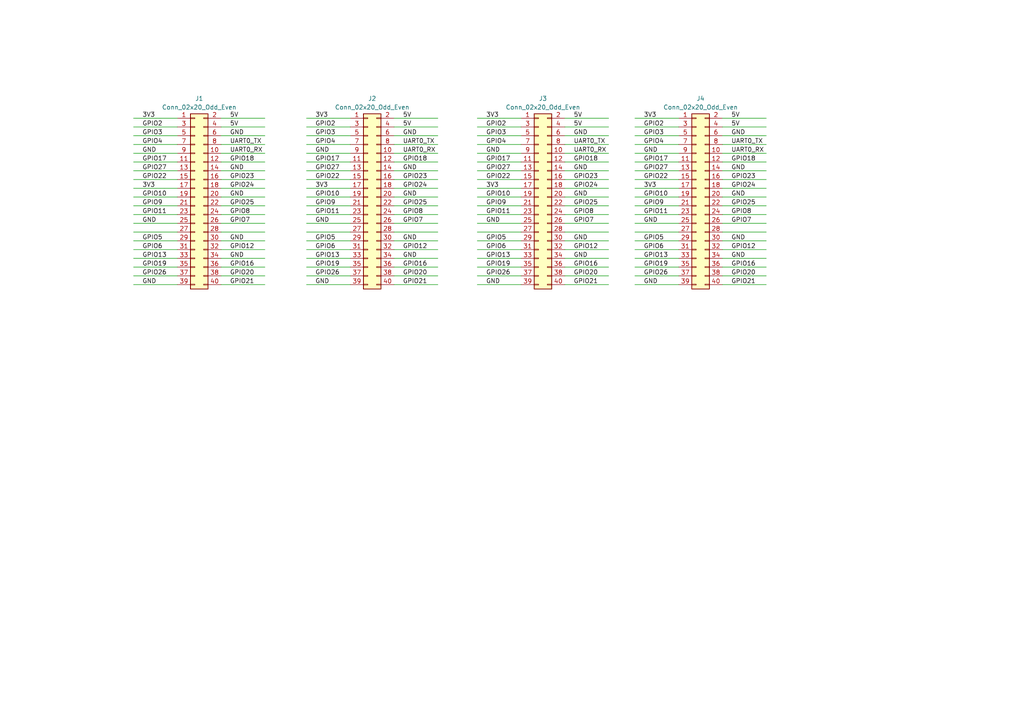
<source format=kicad_sch>
(kicad_sch (version 20230121) (generator eeschema)
  (paper "A4")
  (lib_symbols
    (symbol "Connector_Generic:Conn_02x20_Odd_Even" (pin_names (offset 1.016) hide)
      (property "Reference" "J" (at 1.27 25.4 0))
      (property "Value" "Conn_02x20_Odd_Even" (at 1.27 -27.94 0))
      (symbol "Conn_02x20_Odd_Even_1_1"
        (rectangle (start -1.27 -25.273) (end 0 -25.527) (stroke (width 0.1524)))
        (rectangle (start -1.27 -22.733) (end 0 -22.987) (stroke (width 0.1524)))
        (rectangle (start -1.27 -20.193) (end 0 -20.447) (stroke (width 0.1524)))
        (rectangle (start -1.27 -17.653) (end 0 -17.907) (stroke (width 0.1524)))
        (rectangle (start -1.27 -15.113) (end 0 -15.367) (stroke (width 0.1524)))
        (rectangle (start -1.27 -12.573) (end 0 -12.827) (stroke (width 0.1524)))
        (rectangle (start -1.27 -10.033) (end 0 -10.287) (stroke (width 0.1524)))
        (rectangle (start -1.27 -7.493) (end 0 -7.747) (stroke (width 0.1524)))
        (rectangle (start -1.27 -4.953) (end 0 -5.207) (stroke (width 0.1524)))
        (rectangle (start -1.27 -2.413) (end 0 -2.667) (stroke (width 0.1524)))
        (rectangle (start -1.27 0.127) (end 0 -0.127) (stroke (width 0.1524)))
        (rectangle (start -1.27 2.667) (end 0 2.413) (stroke (width 0.1524)))
        (rectangle (start -1.27 5.207) (end 0 4.953) (stroke (width 0.1524)))
        (rectangle (start -1.27 7.747) (end 0 7.493) (stroke (width 0.1524)))
        (rectangle (start -1.27 10.287) (end 0 10.033) (stroke (width 0.1524)))
        (rectangle (start -1.27 12.827) (end 0 12.573) (stroke (width 0.1524)))
        (rectangle (start -1.27 15.367) (end 0 15.113) (stroke (width 0.1524)))
        (rectangle (start -1.27 17.907) (end 0 17.653) (stroke (width 0.1524)))
        (rectangle (start -1.27 20.447) (end 0 20.193) (stroke (width 0.1524)))
        (rectangle (start -1.27 22.987) (end 0 22.733) (stroke (width 0.1524)))
        (rectangle (start -1.27 24.13) (end 3.81 -26.67) (stroke (width 0.254)) (fill (type background)))
        (rectangle (start 3.81 -25.273) (end 2.54 -25.527) (stroke (width 0.1524)))
        (rectangle (start 3.81 -22.733) (end 2.54 -22.987) (stroke (width 0.1524)))
        (rectangle (start 3.81 -20.193) (end 2.54 -20.447) (stroke (width 0.1524)))
        (rectangle (start 3.81 -17.653) (end 2.54 -17.907) (stroke (width 0.1524)))
        (rectangle (start 3.81 -15.113) (end 2.54 -15.367) (stroke (width 0.1524)))
        (rectangle (start 3.81 -12.573) (end 2.54 -12.827) (stroke (width 0.1524)))
        (rectangle (start 3.81 -10.033) (end 2.54 -10.287) (stroke (width 0.1524)))
        (rectangle (start 3.81 -7.493) (end 2.54 -7.747) (stroke (width 0.1524)))
        (rectangle (start 3.81 -4.953) (end 2.54 -5.207) (stroke (width 0.1524)))
        (rectangle (start 3.81 -2.413) (end 2.54 -2.667) (stroke (width 0.1524)))
        (rectangle (start 3.81 0.127) (end 2.54 -0.127) (stroke (width 0.1524)))
        (rectangle (start 3.81 2.667) (end 2.54 2.413) (stroke (width 0.1524)))
        (rectangle (start 3.81 5.207) (end 2.54 4.953) (stroke (width 0.1524)))
        (rectangle (start 3.81 7.747) (end 2.54 7.493) (stroke (width 0.1524)))
        (rectangle (start 3.81 10.287) (end 2.54 10.033) (stroke (width 0.1524)))
        (rectangle (start 3.81 12.827) (end 2.54 12.573) (stroke (width 0.1524)))
        (rectangle (start 3.81 15.367) (end 2.54 15.113) (stroke (width 0.1524)))
        (rectangle (start 3.81 17.907) (end 2.54 17.653) (stroke (width 0.1524)))
        (rectangle (start 3.81 20.447) (end 2.54 20.193) (stroke (width 0.1524)))
        (rectangle (start 3.81 22.987) (end 2.54 22.733) (stroke (width 0.1524)))
        (pin passive line (at -5.08 22.86 0) (length 3.81) (name "Pin_1") (number "1"))
        (pin passive line (at 7.62 12.7 180) (length 3.81) (name "Pin_10") (number "10"))
        (pin passive line (at -5.08 10.16 0) (length 3.81) (name "Pin_11") (number "11"))
        (pin passive line (at 7.62 10.16 180) (length 3.81) (name "Pin_12") (number "12"))
        (pin passive line (at -5.08 7.62 0) (length 3.81) (name "Pin_13") (number "13"))
        (pin passive line (at 7.62 7.62 180) (length 3.81) (name "Pin_14") (number "14"))
        (pin passive line (at -5.08 5.08 0) (length 3.81) (name "Pin_15") (number "15"))
        (pin passive line (at 7.62 5.08 180) (length 3.81) (name "Pin_16") (number "16"))
        (pin passive line (at -5.08 2.54 0) (length 3.81) (name "Pin_17") (number "17"))
        (pin passive line (at 7.62 2.54 180) (length 3.81) (name "Pin_18") (number "18"))
        (pin passive line (at -5.08 0 0) (length 3.81) (name "Pin_19") (number "19"))
        (pin passive line (at 7.62 22.86 180) (length 3.81) (name "Pin_2") (number "2"))
        (pin passive line (at 7.62 0 180) (length 3.81) (name "Pin_20") (number "20"))
        (pin passive line (at -5.08 -2.54 0) (length 3.81) (name "Pin_21") (number "21"))
        (pin passive line (at 7.62 -2.54 180) (length 3.81) (name "Pin_22") (number "22"))
        (pin passive line (at -5.08 -5.08 0) (length 3.81) (name "Pin_23") (number "23"))
        (pin passive line (at 7.62 -5.08 180) (length 3.81) (name "Pin_24") (number "24"))
        (pin passive line (at -5.08 -7.62 0) (length 3.81) (name "Pin_25") (number "25"))
        (pin passive line (at 7.62 -7.62 180) (length 3.81) (name "Pin_26") (number "26"))
        (pin passive line (at -5.08 -10.16 0) (length 3.81) (name "Pin_27") (number "27"))
        (pin passive line (at 7.62 -10.16 180) (length 3.81) (name "Pin_28") (number "28"))
        (pin passive line (at -5.08 -12.7 0) (length 3.81) (name "Pin_29") (number "29"))
        (pin passive line (at -5.08 20.32 0) (length 3.81) (name "Pin_3") (number "3"))
        (pin passive line (at 7.62 -12.7 180) (length 3.81) (name "Pin_30") (number "30"))
        (pin passive line (at -5.08 -15.24 0) (length 3.81) (name "Pin_31") (number "31"))
        (pin passive line (at 7.62 -15.24 180) (length 3.81) (name "Pin_32") (number "32"))
        (pin passive line (at -5.08 -17.78 0) (length 3.81) (name "Pin_33") (number "33"))
        (pin passive line (at 7.62 -17.78 180) (length 3.81) (name "Pin_34") (number "34"))
        (pin passive line (at -5.08 -20.32 0) (length 3.81) (name "Pin_35") (number "35"))
        (pin passive line (at 7.62 -20.32 180) (length 3.81) (name "Pin_36") (number "36"))
        (pin passive line (at -5.08 -22.86 0) (length 3.81) (name "Pin_37") (number "37"))
        (pin passive line (at 7.62 -22.86 180) (length 3.81) (name "Pin_38") (number "38"))
        (pin passive line (at -5.08 -25.4 0) (length 3.81) (name "Pin_39") (number "39"))
        (pin passive line (at 7.62 20.32 180) (length 3.81) (name "Pin_4") (number "4"))
        (pin passive line (at 7.62 -25.4 180) (length 3.81) (name "Pin_40") (number "40"))
        (pin passive line (at -5.08 17.78 0) (length 3.81) (name "Pin_5") (number "5"))
        (pin passive line (at 7.62 17.78 180) (length 3.81) (name "Pin_6") (number "6"))
        (pin passive line (at -5.08 15.24 0) (length 3.81) (name "Pin_7") (number "7"))
        (pin passive line (at 7.62 15.24 180) (length 3.81) (name "Pin_8") (number "8"))
        (pin passive line (at -5.08 12.7 0) (length 3.81) (name "Pin_9") (number "9"))
      )
    )
  )
  (wire (pts (xy 184.15 59.69) (xy 196.85 59.69)))
  (wire (pts (xy 184.15 69.85) (xy 196.85 69.85)))
  (wire (pts (xy 184.15 77.47) (xy 196.85 77.47)))
  (wire (pts (xy 114.3 41.91) (xy 127 41.91)))
  (wire (pts (xy 64.135 39.37) (xy 76.835 39.37)))
  (wire (pts (xy 209.55 36.83) (xy 222.25 36.83)))
  (wire (pts (xy 64.135 77.47) (xy 76.835 77.47)))
  (wire (pts (xy 163.83 54.61) (xy 176.53 54.61)))
  (wire (pts (xy 184.15 41.91) (xy 196.85 41.91)))
  (wire (pts (xy 64.135 57.15) (xy 76.835 57.15)))
  (wire (pts (xy 138.43 59.69) (xy 151.13 59.69)))
  (wire (pts (xy 163.83 62.23) (xy 176.53 62.23)))
  (wire (pts (xy 38.735 49.53) (xy 51.435 49.53)))
  (wire (pts (xy 184.15 52.07) (xy 196.85 52.07)))
  (wire (pts (xy 163.83 74.93) (xy 176.53 74.93)))
  (wire (pts (xy 64.135 80.01) (xy 76.835 80.01)))
  (wire (pts (xy 184.15 74.93) (xy 196.85 74.93)))
  (wire (pts (xy 114.3 34.29) (xy 127 34.29)))
  (wire (pts (xy 209.55 62.23) (xy 222.25 62.23)))
  (wire (pts (xy 138.43 52.07) (xy 151.13 52.07)))
  (wire (pts (xy 64.135 67.31) (xy 76.835 67.31)))
  (wire (pts (xy 163.83 72.39) (xy 176.53 72.39)))
  (wire (pts (xy 38.735 44.45) (xy 51.435 44.45)))
  (wire (pts (xy 88.9 54.61) (xy 101.6 54.61)))
  (wire (pts (xy 64.135 74.93) (xy 76.835 74.93)))
  (wire (pts (xy 209.55 41.91) (xy 222.25 41.91)))
  (wire (pts (xy 209.55 69.85) (xy 222.25 69.85)))
  (wire (pts (xy 209.55 59.69) (xy 222.25 59.69)))
  (wire (pts (xy 114.3 54.61) (xy 127 54.61)))
  (wire (pts (xy 38.735 62.23) (xy 51.435 62.23)))
  (wire (pts (xy 38.735 69.85) (xy 51.435 69.85)))
  (wire (pts (xy 138.43 62.23) (xy 151.13 62.23)))
  (wire (pts (xy 114.3 59.69) (xy 127 59.69)))
  (wire (pts (xy 114.3 62.23) (xy 127 62.23)))
  (wire (pts (xy 184.15 36.83) (xy 196.85 36.83)))
  (wire (pts (xy 88.9 44.45) (xy 101.6 44.45)))
  (wire (pts (xy 114.3 44.45) (xy 127 44.45)))
  (wire (pts (xy 38.735 64.77) (xy 51.435 64.77)))
  (wire (pts (xy 38.735 46.99) (xy 51.435 46.99)))
  (wire (pts (xy 209.55 67.31) (xy 222.25 67.31)))
  (wire (pts (xy 114.3 82.55) (xy 127 82.55)))
  (wire (pts (xy 64.135 36.83) (xy 76.835 36.83)))
  (wire (pts (xy 163.83 46.99) (xy 176.53 46.99)))
  (wire (pts (xy 209.55 54.61) (xy 222.25 54.61)))
  (wire (pts (xy 88.9 34.29) (xy 101.6 34.29)))
  (wire (pts (xy 88.9 67.31) (xy 101.6 67.31)))
  (wire (pts (xy 163.83 64.77) (xy 176.53 64.77)))
  (wire (pts (xy 138.43 82.55) (xy 151.13 82.55)))
  (wire (pts (xy 64.135 59.69) (xy 76.835 59.69)))
  (wire (pts (xy 209.55 49.53) (xy 222.25 49.53)))
  (wire (pts (xy 163.83 44.45) (xy 176.53 44.45)))
  (wire (pts (xy 184.15 67.31) (xy 196.85 67.31)))
  (wire (pts (xy 138.43 41.91) (xy 151.13 41.91)))
  (wire (pts (xy 88.9 59.69) (xy 101.6 59.69)))
  (wire (pts (xy 114.3 49.53) (xy 127 49.53)))
  (wire (pts (xy 38.735 34.29) (xy 51.435 34.29)))
  (wire (pts (xy 114.3 46.99) (xy 127 46.99)))
  (wire (pts (xy 88.9 77.47) (xy 101.6 77.47)))
  (wire (pts (xy 38.735 67.31) (xy 51.435 67.31)))
  (wire (pts (xy 209.55 46.99) (xy 222.25 46.99)))
  (wire (pts (xy 163.83 34.29) (xy 176.53 34.29)))
  (wire (pts (xy 184.15 34.29) (xy 196.85 34.29)))
  (wire (pts (xy 38.735 57.15) (xy 51.435 57.15)))
  (wire (pts (xy 209.55 77.47) (xy 222.25 77.47)))
  (wire (pts (xy 114.3 80.01) (xy 127 80.01)))
  (wire (pts (xy 163.83 69.85) (xy 176.53 69.85)))
  (wire (pts (xy 184.15 80.01) (xy 196.85 80.01)))
  (wire (pts (xy 163.83 77.47) (xy 176.53 77.47)))
  (wire (pts (xy 138.43 34.29) (xy 151.13 34.29)))
  (wire (pts (xy 209.55 82.55) (xy 222.25 82.55)))
  (wire (pts (xy 209.55 64.77) (xy 222.25 64.77)))
  (wire (pts (xy 88.9 62.23) (xy 101.6 62.23)))
  (wire (pts (xy 138.43 39.37) (xy 151.13 39.37)))
  (wire (pts (xy 88.9 36.83) (xy 101.6 36.83)))
  (wire (pts (xy 88.9 82.55) (xy 101.6 82.55)))
  (wire (pts (xy 114.3 52.07) (xy 127 52.07)))
  (wire (pts (xy 184.15 72.39) (xy 196.85 72.39)))
  (wire (pts (xy 209.55 39.37) (xy 222.25 39.37)))
  (wire (pts (xy 114.3 36.83) (xy 127 36.83)))
  (wire (pts (xy 138.43 77.47) (xy 151.13 77.47)))
  (wire (pts (xy 184.15 49.53) (xy 196.85 49.53)))
  (wire (pts (xy 184.15 54.61) (xy 196.85 54.61)))
  (wire (pts (xy 88.9 46.99) (xy 101.6 46.99)))
  (wire (pts (xy 209.55 74.93) (xy 222.25 74.93)))
  (wire (pts (xy 64.135 82.55) (xy 76.835 82.55)))
  (wire (pts (xy 163.83 57.15) (xy 176.53 57.15)))
  (wire (pts (xy 38.735 41.91) (xy 51.435 41.91)))
  (wire (pts (xy 138.43 72.39) (xy 151.13 72.39)))
  (wire (pts (xy 114.3 69.85) (xy 127 69.85)))
  (wire (pts (xy 184.15 57.15) (xy 196.85 57.15)))
  (wire (pts (xy 88.9 74.93) (xy 101.6 74.93)))
  (wire (pts (xy 64.135 44.45) (xy 76.835 44.45)))
  (wire (pts (xy 163.83 82.55) (xy 176.53 82.55)))
  (wire (pts (xy 64.135 41.91) (xy 76.835 41.91)))
  (wire (pts (xy 209.55 80.01) (xy 222.25 80.01)))
  (wire (pts (xy 114.3 74.93) (xy 127 74.93)))
  (wire (pts (xy 163.83 59.69) (xy 176.53 59.69)))
  (wire (pts (xy 209.55 34.29) (xy 222.25 34.29)))
  (wire (pts (xy 64.135 69.85) (xy 76.835 69.85)))
  (wire (pts (xy 64.135 64.77) (xy 76.835 64.77)))
  (wire (pts (xy 64.135 49.53) (xy 76.835 49.53)))
  (wire (pts (xy 138.43 54.61) (xy 151.13 54.61)))
  (wire (pts (xy 138.43 44.45) (xy 151.13 44.45)))
  (wire (pts (xy 64.135 62.23) (xy 76.835 62.23)))
  (wire (pts (xy 184.15 64.77) (xy 196.85 64.77)))
  (wire (pts (xy 38.735 36.83) (xy 51.435 36.83)))
  (wire (pts (xy 38.735 77.47) (xy 51.435 77.47)))
  (wire (pts (xy 38.735 54.61) (xy 51.435 54.61)))
  (wire (pts (xy 138.43 36.83) (xy 151.13 36.83)))
  (wire (pts (xy 163.83 36.83) (xy 176.53 36.83)))
  (wire (pts (xy 163.83 52.07) (xy 176.53 52.07)))
  (wire (pts (xy 88.9 69.85) (xy 101.6 69.85)))
  (wire (pts (xy 163.83 67.31) (xy 176.53 67.31)))
  (wire (pts (xy 64.135 52.07) (xy 76.835 52.07)))
  (wire (pts (xy 163.83 39.37) (xy 176.53 39.37)))
  (wire (pts (xy 88.9 57.15) (xy 101.6 57.15)))
  (wire (pts (xy 184.15 39.37) (xy 196.85 39.37)))
  (wire (pts (xy 38.735 82.55) (xy 51.435 82.55)))
  (wire (pts (xy 38.735 80.01) (xy 51.435 80.01)))
  (wire (pts (xy 114.3 39.37) (xy 127 39.37)))
  (wire (pts (xy 38.735 72.39) (xy 51.435 72.39)))
  (wire (pts (xy 138.43 64.77) (xy 151.13 64.77)))
  (wire (pts (xy 209.55 57.15) (xy 222.25 57.15)))
  (wire (pts (xy 114.3 57.15) (xy 127 57.15)))
  (wire (pts (xy 138.43 46.99) (xy 151.13 46.99)))
  (wire (pts (xy 38.735 39.37) (xy 51.435 39.37)))
  (wire (pts (xy 88.9 80.01) (xy 101.6 80.01)))
  (wire (pts (xy 184.15 82.55) (xy 196.85 82.55)))
  (wire (pts (xy 163.83 80.01) (xy 176.53 80.01)))
  (wire (pts (xy 184.15 46.99) (xy 196.85 46.99)))
  (wire (pts (xy 114.3 64.77) (xy 127 64.77)))
  (wire (pts (xy 88.9 41.91) (xy 101.6 41.91)))
  (wire (pts (xy 114.3 67.31) (xy 127 67.31)))
  (wire (pts (xy 163.83 49.53) (xy 176.53 49.53)))
  (wire (pts (xy 163.83 41.91) (xy 176.53 41.91)))
  (wire (pts (xy 209.55 72.39) (xy 222.25 72.39)))
  (wire (pts (xy 138.43 67.31) (xy 151.13 67.31)))
  (wire (pts (xy 38.735 74.93) (xy 51.435 74.93)))
  (wire (pts (xy 88.9 64.77) (xy 101.6 64.77)))
  (wire (pts (xy 209.55 44.45) (xy 222.25 44.45)))
  (wire (pts (xy 138.43 49.53) (xy 151.13 49.53)))
  (wire (pts (xy 64.135 72.39) (xy 76.835 72.39)))
  (wire (pts (xy 88.9 72.39) (xy 101.6 72.39)))
  (wire (pts (xy 209.55 52.07) (xy 222.25 52.07)))
  (wire (pts (xy 88.9 39.37) (xy 101.6 39.37)))
  (wire (pts (xy 138.43 74.93) (xy 151.13 74.93)))
  (wire (pts (xy 64.135 34.29) (xy 76.835 34.29)))
  (wire (pts (xy 184.15 62.23) (xy 196.85 62.23)))
  (wire (pts (xy 64.135 54.61) (xy 76.835 54.61)))
  (wire (pts (xy 138.43 57.15) (xy 151.13 57.15)))
  (wire (pts (xy 38.735 52.07) (xy 51.435 52.07)))
  (wire (pts (xy 138.43 80.01) (xy 151.13 80.01)))
  (wire (pts (xy 38.735 59.69) (xy 51.435 59.69)))
  (wire (pts (xy 138.43 69.85) (xy 151.13 69.85)))
  (wire (pts (xy 64.135 46.99) (xy 76.835 46.99)))
  (wire (pts (xy 184.15 44.45) (xy 196.85 44.45)))
  (wire (pts (xy 88.9 49.53) (xy 101.6 49.53)))
  (wire (pts (xy 88.9 52.07) (xy 101.6 52.07)))
  (wire (pts (xy 114.3 77.47) (xy 127 77.47)))
  (wire (pts (xy 114.3 72.39) (xy 127 72.39)))
  (label "GND" (at 212.09 69.85 0))
  (label "GPIO18" (at 212.09 46.99 0))
  (label "GPIO20" (at 66.675 80.01 0))
  (label "GPIO25" (at 66.675 59.69 0))
  (label "GPIO23" (at 166.37 52.07 0))
  (label "GND" (at 91.44 44.45 0))
  (label "GPIO26" (at 91.44 80.01 0))
  (label "GPIO4" (at 41.275 41.91 0))
  (label "UART0_TX" (at 66.675 41.91 0))
  (label "5V" (at 212.09 34.29 0))
  (label "GPIO23" (at 212.09 52.07 0))
  (label "UART0_RX" (at 166.37 44.45 0))
  (label "GPIO26" (at 140.97 80.01 0))
  (label "GPIO12" (at 166.37 72.39 0))
  (label "GPIO24" (at 116.84 54.61 0))
  (label "GPIO13" (at 186.69 74.93 0))
  (label "GPIO7" (at 212.09 64.77 0))
  (label "GPIO25" (at 166.37 59.69 0))
  (label "GPIO10" (at 41.275 57.15 0))
  (label "GPIO6" (at 186.69 72.39 0))
  (label "5V" (at 166.37 34.29 0))
  (label "GND" (at 140.97 64.77 0))
  (label "GPIO12" (at 66.675 72.39 0))
  (label "UART0_TX" (at 212.09 41.91 0))
  (label "GPIO16" (at 116.84 77.47 0))
  (label "GPIO2" (at 140.97 36.83 0))
  (label "3V3" (at 186.69 54.61 0))
  (label "GPIO7" (at 166.37 64.77 0))
  (label "GPIO19" (at 140.97 77.47 0))
  (label "GPIO26" (at 41.275 80.01 0))
  (label "GND" (at 166.37 69.85 0))
  (label "GPIO27" (at 91.44 49.53 0))
  (label "GPIO11" (at 140.97 62.23 0))
  (label "GPIO19" (at 186.69 77.47 0))
  (label "5V" (at 116.84 36.83 0))
  (label "GPIO17" (at 91.44 46.99 0))
  (label "GND" (at 66.675 57.15 0))
  (label "GND" (at 166.37 74.93 0))
  (label "5V" (at 66.675 34.29 0))
  (label "5V" (at 212.09 36.83 0))
  (label "GPIO18" (at 166.37 46.99 0))
  (label "GND" (at 186.69 64.77 0))
  (label "3V3" (at 140.97 54.61 0))
  (label "5V" (at 66.675 36.83 0))
  (label "GPIO3" (at 91.44 39.37 0))
  (label "3V3" (at 140.97 34.29 0))
  (label "GPIO2" (at 91.44 36.83 0))
  (label "GND" (at 41.275 44.45 0))
  (label "3V3" (at 41.275 54.61 0))
  (label "GPIO2" (at 186.69 36.83 0))
  (label "GPIO6" (at 140.97 72.39 0))
  (label "GPIO10" (at 186.69 57.15 0))
  (label "GPIO16" (at 166.37 77.47 0))
  (label "GND" (at 166.37 39.37 0))
  (label "GND" (at 66.675 39.37 0))
  (label "3V3" (at 91.44 34.29 0))
  (label "GPIO20" (at 166.37 80.01 0))
  (label "GPIO13" (at 140.97 74.93 0))
  (label "GPIO4" (at 186.69 41.91 0))
  (label "UART0_RX" (at 116.84 44.45 0))
  (label "GND" (at 166.37 57.15 0))
  (label "GPIO12" (at 212.09 72.39 0))
  (label "GPIO24" (at 166.37 54.61 0))
  (label "GPIO5" (at 140.97 69.85 0))
  (label "GPIO16" (at 66.675 77.47 0))
  (label "GPIO27" (at 41.275 49.53 0))
  (label "GPIO8" (at 166.37 62.23 0))
  (label "GND" (at 116.84 74.93 0))
  (label "GPIO5" (at 41.275 69.85 0))
  (label "GPIO18" (at 66.675 46.99 0))
  (label "GPIO24" (at 66.675 54.61 0))
  (label "UART0_TX" (at 166.37 41.91 0))
  (label "3V3" (at 91.44 54.61 0))
  (label "GPIO13" (at 41.275 74.93 0))
  (label "GPIO11" (at 41.275 62.23 0))
  (label "GPIO9" (at 140.97 59.69 0))
  (label "GPIO24" (at 212.09 54.61 0))
  (label "GPIO21" (at 212.09 82.55 0))
  (label "UART0_RX" (at 212.09 44.45 0))
  (label "GPIO27" (at 186.69 49.53 0))
  (label "GPIO2" (at 41.275 36.83 0))
  (label "GND" (at 116.84 69.85 0))
  (label "GND" (at 186.69 44.45 0))
  (label "GPIO20" (at 116.84 80.01 0))
  (label "GND" (at 91.44 64.77 0))
  (label "GND" (at 116.84 57.15 0))
  (label "GPIO11" (at 91.44 62.23 0))
  (label "GND" (at 66.675 74.93 0))
  (label "GND" (at 140.97 44.45 0))
  (label "GPIO4" (at 140.97 41.91 0))
  (label "GND" (at 66.675 69.85 0))
  (label "GPIO9" (at 186.69 59.69 0))
  (label "GND" (at 116.84 39.37 0))
  (label "GPIO18" (at 116.84 46.99 0))
  (label "GPIO4" (at 91.44 41.91 0))
  (label "GPIO17" (at 41.275 46.99 0))
  (label "GPIO5" (at 91.44 69.85 0))
  (label "GPIO25" (at 116.84 59.69 0))
  (label "GPIO6" (at 91.44 72.39 0))
  (label "GND" (at 212.09 74.93 0))
  (label "GPIO7" (at 66.675 64.77 0))
  (label "GND" (at 41.275 64.77 0))
  (label "5V" (at 116.84 34.29 0))
  (label "GPIO22" (at 41.275 52.07 0))
  (label "GPIO5" (at 186.69 69.85 0))
  (label "GPIO17" (at 140.97 46.99 0))
  (label "GND" (at 212.09 39.37 0))
  (label "GPIO6" (at 41.275 72.39 0))
  (label "GND" (at 116.84 49.53 0))
  (label "GPIO21" (at 116.84 82.55 0))
  (label "GPIO25" (at 212.09 59.69 0))
  (label "UART0_TX" (at 116.84 41.91 0))
  (label "GPIO19" (at 91.44 77.47 0))
  (label "GPIO9" (at 91.44 59.69 0))
  (label "5V" (at 166.37 36.83 0))
  (label "GND" (at 41.275 82.55 0))
  (label "GPIO3" (at 186.69 39.37 0))
  (label "GPIO10" (at 91.44 57.15 0))
  (label "GPIO22" (at 91.44 52.07 0))
  (label "GPIO11" (at 186.69 62.23 0))
  (label "GPIO23" (at 116.84 52.07 0))
  (label "GND" (at 140.97 82.55 0))
  (label "GND" (at 91.44 82.55 0))
  (label "GPIO21" (at 166.37 82.55 0))
  (label "GND" (at 186.69 82.55 0))
  (label "3V3" (at 186.69 34.29 0))
  (label "GPIO19" (at 41.275 77.47 0))
  (label "GND" (at 212.09 49.53 0))
  (label "GPIO8" (at 212.09 62.23 0))
  (label "GND" (at 212.09 57.15 0))
  (label "3V3" (at 41.275 34.29 0))
  (label "GND" (at 166.37 49.53 0))
  (label "GPIO21" (at 66.675 82.55 0))
  (label "GPIO3" (at 140.97 39.37 0))
  (label "GPIO3" (at 41.275 39.37 0))
  (label "GPIO17" (at 186.69 46.99 0))
  (label "GPIO26" (at 186.69 80.01 0))
  (label "GPIO8" (at 116.84 62.23 0))
  (label "GPIO20" (at 212.09 80.01 0))
  (label "GPIO8" (at 66.675 62.23 0))
  (label "GPIO23" (at 66.675 52.07 0))
  (label "GPIO22" (at 140.97 52.07 0))
  (label "GND" (at 66.675 49.53 0))
  (label "GPIO9" (at 41.275 59.69 0))
  (label "GPIO16" (at 212.09 77.47 0))
  (label "GPIO12" (at 116.84 72.39 0))
  (label "GPIO22" (at 186.69 52.07 0))
  (label "GPIO27" (at 140.97 49.53 0))
  (label "UART0_RX" (at 66.675 44.45 0))
  (label "GPIO10" (at 140.97 57.15 0))
  (label "GPIO7" (at 116.84 64.77 0))
  (label "GPIO13" (at 91.44 74.93 0))
  (symbol (lib_id "Connector_Generic:Conn_02x20_Odd_Even") (at 106.68 57.15 0) (unit 1)
    (property "Reference" "J2" (at 107.95 28.575 0))
    (property "Value" "Conn_02x20_Odd_Even" (at 107.95 31.115 0))
    (property "Footprint" "Connector_PinHeader_2.54mm:PinHeader_2x20_P2.54mm_Vertical" (effects hide))
  )
  (symbol (lib_id "Connector_Generic:Conn_02x20_Odd_Even") (at 56.515 57.15 0) (unit 1)
    (property "Reference" "J1" (at 57.785 28.575 0))
    (property "Value" "Conn_02x20_Odd_Even" (at 57.785 31.115 0))
    (property "Footprint" "Connector_PinHeader_2.54mm:PinHeader_2x20_P2.54mm_Vertical" (effects hide))
  )
  (symbol (lib_id "Connector_Generic:Conn_02x20_Odd_Even") (at 156.21 57.15 0) (unit 1)
    (property "Reference" "J3" (at 157.48 28.575 0))
    (property "Value" "Conn_02x20_Odd_Even" (at 157.48 31.115 0))
    (property "Footprint" "RPi:raspberrypi_3_zero" (effects hide))
  )
  (symbol (lib_id "Connector_Generic:Conn_02x20_Odd_Even") (at 201.93 57.15 0) (unit 1)
    (property "Reference" "J4" (at 203.2 28.575 0))
    (property "Value" "Conn_02x20_Odd_Even" (at 203.2 31.115 0))
    (property "Footprint" "Connector_PinHeader_2.54mm:PinHeader_2x20_P2.54mm_Vertical" (effects hide))
  )
)
</source>
